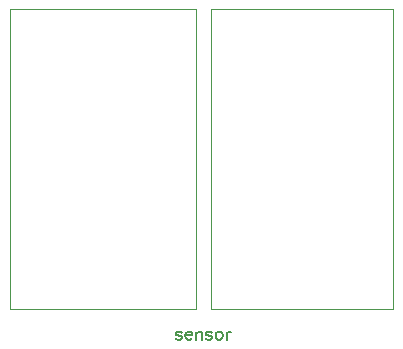
<source format=gbr>
G04 DipTrace 3.2.0.1*
G04 TopSilk.gbr*
%MOIN*%
G04 #@! TF.FileFunction,Legend,Top*
G04 #@! TF.Part,Single*
%ADD19C,0.003937*%
%ADD57C,0.005906*%
%FSLAX26Y26*%
G04*
G70*
G90*
G75*
G01*
G04 TopSilk*
%LPD*%
X406202Y2325154D2*
D19*
X1025017D1*
Y1325049D1*
X406202D1*
Y2325154D1*
X1075022D2*
X1681336D1*
Y1325049D1*
X1075022D1*
Y2325154D1*
X978566Y1242680D2*
D57*
X976664Y1246527D1*
X970916Y1248428D1*
X965168D1*
X959420Y1246527D1*
X957519Y1242680D1*
X959420Y1238877D1*
X963267Y1236932D1*
X972818Y1235031D1*
X976664Y1233129D1*
X978566Y1229283D1*
Y1227381D1*
X976664Y1223579D1*
X970916Y1221633D1*
X965168D1*
X959420Y1223579D1*
X957519Y1227381D1*
X990377Y1236932D2*
X1013325D1*
Y1240779D1*
X1011423Y1244625D1*
X1009522Y1246527D1*
X1005675Y1248428D1*
X999927D1*
X996125Y1246527D1*
X992278Y1242680D1*
X990377Y1236932D1*
Y1233129D1*
X992278Y1227381D1*
X996125Y1223579D1*
X999927Y1221633D1*
X1005675D1*
X1009522Y1223579D1*
X1013325Y1227381D1*
X1025136Y1248428D2*
Y1221633D1*
Y1240779D2*
X1030884Y1246527D1*
X1034730Y1248428D1*
X1040434D1*
X1044281Y1246527D1*
X1046182Y1240779D1*
Y1221633D1*
X1079040Y1242680D2*
X1077139Y1246527D1*
X1071391Y1248428D1*
X1065643D1*
X1059895Y1246527D1*
X1057993Y1242680D1*
X1059895Y1238877D1*
X1063741Y1236932D1*
X1073292Y1235031D1*
X1077139Y1233129D1*
X1079040Y1229283D1*
Y1227381D1*
X1077139Y1223579D1*
X1071391Y1221633D1*
X1065643D1*
X1059895Y1223579D1*
X1057993Y1227381D1*
X1100402Y1248428D2*
X1096599Y1246527D1*
X1092752Y1242680D1*
X1090851Y1236932D1*
Y1233129D1*
X1092752Y1227381D1*
X1096599Y1223579D1*
X1100402Y1221633D1*
X1106150D1*
X1109996Y1223579D1*
X1113799Y1227381D1*
X1115744Y1233129D1*
Y1236932D1*
X1113799Y1242680D1*
X1109996Y1246527D1*
X1106150Y1248428D1*
X1100402D1*
X1127555D2*
Y1221633D1*
Y1236932D2*
X1129501Y1242680D1*
X1133303Y1246527D1*
X1137150Y1248428D1*
X1142898D1*
M02*

</source>
